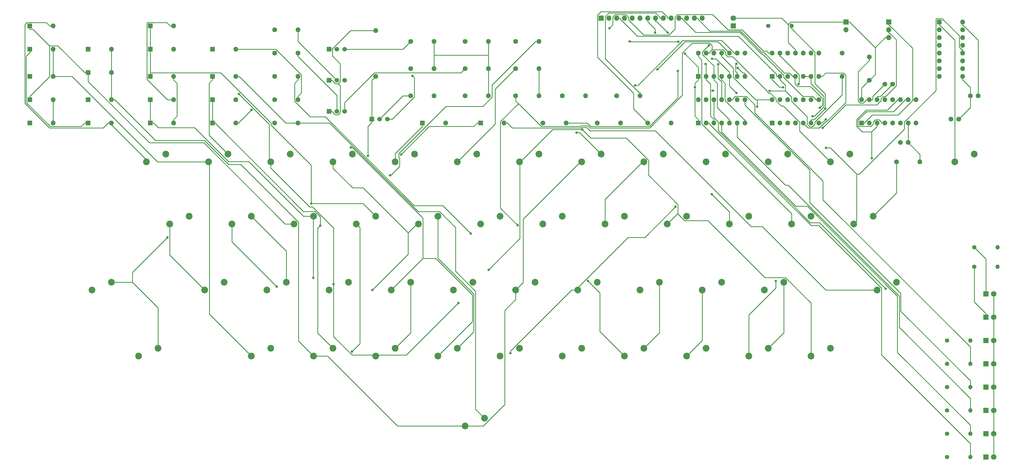
<source format=gbr>
%TF.GenerationSoftware,KiCad,Pcbnew,5.1.6-c6e7f7d~87~ubuntu16.04.1*%
%TF.CreationDate,2021-01-23T12:29:25-05:00*%
%TF.ProjectId,keyboard,6b657962-6f61-4726-942e-6b696361645f,rev?*%
%TF.SameCoordinates,Original*%
%TF.FileFunction,Copper,L2,Bot*%
%TF.FilePolarity,Positive*%
%FSLAX46Y46*%
G04 Gerber Fmt 4.6, Leading zero omitted, Abs format (unit mm)*
G04 Created by KiCad (PCBNEW 5.1.6-c6e7f7d~87~ubuntu16.04.1) date 2021-01-23 12:29:25*
%MOMM*%
%LPD*%
G01*
G04 APERTURE LIST*
%TA.AperFunction,ComponentPad*%
%ADD10O,1.600000X1.600000*%
%TD*%
%TA.AperFunction,ComponentPad*%
%ADD11R,1.600000X1.600000*%
%TD*%
%TA.AperFunction,ComponentPad*%
%ADD12C,1.600000*%
%TD*%
%TA.AperFunction,ComponentPad*%
%ADD13R,1.500000X1.500000*%
%TD*%
%TA.AperFunction,ComponentPad*%
%ADD14C,1.500000*%
%TD*%
%TA.AperFunction,ComponentPad*%
%ADD15O,1.400000X1.400000*%
%TD*%
%TA.AperFunction,ComponentPad*%
%ADD16C,1.400000*%
%TD*%
%TA.AperFunction,ComponentPad*%
%ADD17O,1.700000X1.700000*%
%TD*%
%TA.AperFunction,ComponentPad*%
%ADD18R,1.700000X1.700000*%
%TD*%
%TA.AperFunction,ComponentPad*%
%ADD19C,1.800000*%
%TD*%
%TA.AperFunction,ComponentPad*%
%ADD20R,1.800000X1.800000*%
%TD*%
%TA.AperFunction,ComponentPad*%
%ADD21C,2.200000*%
%TD*%
%TA.AperFunction,ViaPad*%
%ADD22C,0.800000*%
%TD*%
%TA.AperFunction,Conductor*%
%ADD23C,0.250000*%
%TD*%
G04 APERTURE END LIST*
D10*
%TO.P,U5,16*%
%TO.N,+5V*%
X275590000Y-29210000D03*
%TO.P,U5,8*%
%TO.N,GND*%
X293370000Y-36830000D03*
%TO.P,U5,15*%
%TO.N,Net-(C4-Pad2)*%
X278130000Y-29210000D03*
%TO.P,U5,7*%
%TO.N,Net-(C5-Pad2)*%
X290830000Y-36830000D03*
%TO.P,U5,14*%
%TO.N,Net-(C4-Pad1)*%
X280670000Y-29210000D03*
%TO.P,U5,6*%
%TO.N,Net-(C5-Pad1)*%
X288290000Y-36830000D03*
%TO.P,U5,13*%
%TO.N,Net-(U5-Pad13)*%
X283210000Y-29210000D03*
%TO.P,U5,5*%
%TO.N,Net-(U5-Pad5)*%
X285750000Y-36830000D03*
%TO.P,U5,12*%
%TO.N,Net-(U4-Pad9)*%
X285750000Y-29210000D03*
%TO.P,U5,4*%
%TO.N,Net-(U5-Pad10)*%
X283210000Y-36830000D03*
%TO.P,U5,11*%
%TO.N,+5V*%
X288290000Y-29210000D03*
%TO.P,U5,3*%
X280670000Y-36830000D03*
%TO.P,U5,10*%
%TO.N,Net-(U5-Pad10)*%
X290830000Y-29210000D03*
%TO.P,U5,2*%
%TO.N,~keydown*%
X278130000Y-36830000D03*
%TO.P,U5,9*%
%TO.N,GND*%
X293370000Y-29210000D03*
D11*
%TO.P,U5,1*%
X275590000Y-36830000D03*
%TD*%
D10*
%TO.P,U4,14*%
%TO.N,+5V*%
X246380000Y-29210000D03*
%TO.P,U4,7*%
%TO.N,GND*%
X261620000Y-36830000D03*
%TO.P,U4,13*%
%TO.N,N/C*%
X248920000Y-29210000D03*
%TO.P,U4,6*%
%TO.N,~keydown*%
X259080000Y-36830000D03*
%TO.P,U4,12*%
%TO.N,N/C*%
X251460000Y-29210000D03*
%TO.P,U4,5*%
%TO.N,Net-(U2-Pad7)*%
X256540000Y-36830000D03*
%TO.P,U4,11*%
%TO.N,N/C*%
X254000000Y-29210000D03*
%TO.P,U4,4*%
%TO.N,Net-(R28-Pad2)*%
X254000000Y-36830000D03*
%TO.P,U4,10*%
%TO.N,N/C*%
X256540000Y-29210000D03*
%TO.P,U4,3*%
%TO.N,B8*%
X251460000Y-36830000D03*
%TO.P,U4,9*%
%TO.N,Net-(U4-Pad9)*%
X259080000Y-29210000D03*
%TO.P,U4,2*%
%TO.N,Net-(R27-Pad2)*%
X248920000Y-36830000D03*
%TO.P,U4,8*%
%TO.N,KP*%
X261620000Y-29210000D03*
D11*
%TO.P,U4,1*%
%TO.N,B7*%
X246380000Y-36830000D03*
%TD*%
D10*
%TO.P,U3,14*%
%TO.N,+5V*%
X222250000Y-29210000D03*
%TO.P,U3,7*%
%TO.N,GND*%
X237490000Y-36830000D03*
%TO.P,U3,13*%
%TO.N,B6*%
X224790000Y-29210000D03*
%TO.P,U3,6*%
%TO.N,Net-(R23-Pad2)*%
X234950000Y-36830000D03*
%TO.P,U3,12*%
%TO.N,Net-(R26-Pad2)*%
X227330000Y-29210000D03*
%TO.P,U3,5*%
%TO.N,B3*%
X232410000Y-36830000D03*
%TO.P,U3,11*%
%TO.N,B5*%
X229870000Y-29210000D03*
%TO.P,U3,4*%
%TO.N,Net-(R22-Pad2)*%
X229870000Y-36830000D03*
%TO.P,U3,10*%
%TO.N,Net-(R25-Pad2)*%
X232410000Y-29210000D03*
%TO.P,U3,3*%
%TO.N,B2*%
X227330000Y-36830000D03*
%TO.P,U3,9*%
%TO.N,B4*%
X234950000Y-29210000D03*
%TO.P,U3,2*%
%TO.N,Net-(R21-Pad2)*%
X224790000Y-36830000D03*
%TO.P,U3,8*%
%TO.N,Net-(R24-Pad2)*%
X237490000Y-29210000D03*
D11*
%TO.P,U3,1*%
%TO.N,B1*%
X222250000Y-36830000D03*
%TD*%
D10*
%TO.P,U2,14*%
%TO.N,Net-(JP2-Pad2)*%
X246380000Y-13970000D03*
%TO.P,U2,7*%
%TO.N,Net-(U2-Pad7)*%
X261620000Y-21590000D03*
%TO.P,U2,13*%
%TO.N,Net-(Q3-Pad3)*%
X248920000Y-13970000D03*
%TO.P,U2,6*%
%TO.N,B7*%
X259080000Y-21590000D03*
%TO.P,U2,12*%
%TO.N,Net-(D2-Pad1)*%
X251460000Y-13970000D03*
%TO.P,U2,5*%
%TO.N,B7*%
X256540000Y-21590000D03*
%TO.P,U2,11*%
%TO.N,+5V*%
X254000000Y-13970000D03*
%TO.P,U2,4*%
%TO.N,GND*%
X254000000Y-21590000D03*
%TO.P,U2,10*%
%TO.N,Net-(D2-Pad1)*%
X256540000Y-13970000D03*
%TO.P,U2,3*%
%TO.N,B6*%
X251460000Y-21590000D03*
%TO.P,U2,9*%
%TO.N,Net-(R17-Pad1)*%
X259080000Y-13970000D03*
%TO.P,U2,2*%
%TO.N,B6*%
X248920000Y-21590000D03*
%TO.P,U2,8*%
%TO.N,Net-(Q4-Pad3)*%
X261620000Y-13970000D03*
D11*
%TO.P,U2,1*%
%TO.N,B5*%
X246380000Y-21590000D03*
%TD*%
D10*
%TO.P,U1,14*%
%TO.N,Net-(D3-Pad1)*%
X222250000Y-13970000D03*
%TO.P,U1,7*%
%TO.N,B5*%
X237490000Y-21590000D03*
%TO.P,U1,13*%
%TO.N,Net-(D1-Pad1)*%
X224790000Y-13970000D03*
%TO.P,U1,6*%
%TO.N,Net-(U1-Pad6)*%
X234950000Y-21590000D03*
%TO.P,U1,12*%
%TO.N,Net-(D11-Pad1)*%
X227330000Y-13970000D03*
%TO.P,U1,5*%
%TO.N,B4*%
X232410000Y-21590000D03*
%TO.P,U1,11*%
%TO.N,+5V*%
X229870000Y-13970000D03*
%TO.P,U1,4*%
%TO.N,GND*%
X229870000Y-21590000D03*
%TO.P,U1,10*%
%TO.N,Net-(Q1-Pad3)*%
X232410000Y-13970000D03*
%TO.P,U1,3*%
%TO.N,B3*%
X227330000Y-21590000D03*
%TO.P,U1,9*%
%TO.N,Net-(Q2-Pad3)*%
X234950000Y-13970000D03*
%TO.P,U1,2*%
%TO.N,B2*%
X224790000Y-21590000D03*
%TO.P,U1,8*%
%TO.N,Net-(U1-Pad6)*%
X237490000Y-13970000D03*
D11*
%TO.P,U1,1*%
%TO.N,B1*%
X222250000Y-21590000D03*
%TD*%
D10*
%TO.P,R31,2*%
%TO.N,Net-(C5-Pad2)*%
X294640000Y-49530000D03*
D12*
%TO.P,R31,1*%
%TO.N,+5V*%
X287020000Y-49530000D03*
%TD*%
D10*
%TO.P,R30,2*%
%TO.N,Net-(C4-Pad2)*%
X278130000Y-15240000D03*
D12*
%TO.P,R30,1*%
%TO.N,+5V*%
X278130000Y-22860000D03*
%TD*%
D10*
%TO.P,R17,2*%
%TO.N,B6*%
X269240000Y-21590000D03*
D12*
%TO.P,R17,1*%
%TO.N,Net-(R17-Pad1)*%
X269240000Y-13970000D03*
%TD*%
D10*
%TO.P,J1,16*%
%TO.N,+5V*%
X308610000Y-3810000D03*
%TO.P,J1,8*%
%TO.N,B7*%
X300990000Y-21590000D03*
%TO.P,J1,15*%
%TO.N,B8*%
X308610000Y-6350000D03*
%TO.P,J1,7*%
%TO.N,B6*%
X300990000Y-19050000D03*
%TO.P,J1,14*%
%TO.N,KP*%
X308610000Y-8890000D03*
%TO.P,J1,6*%
%TO.N,B5*%
X300990000Y-16510000D03*
%TO.P,J1,13*%
%TO.N,Net-(J1-Pad13)*%
X308610000Y-11430000D03*
%TO.P,J1,5*%
%TO.N,B1*%
X300990000Y-13970000D03*
%TO.P,J1,12*%
%TO.N,clear*%
X308610000Y-13970000D03*
%TO.P,J1,4*%
%TO.N,B2*%
X300990000Y-11430000D03*
%TO.P,J1,11*%
%TO.N,Net-(J1-Pad11)*%
X308610000Y-16510000D03*
%TO.P,J1,3*%
%TO.N,B3*%
X300990000Y-8890000D03*
%TO.P,J1,10*%
%TO.N,Net-(J1-Pad10)*%
X308610000Y-19050000D03*
%TO.P,J1,2*%
%TO.N,B4*%
X300990000Y-6350000D03*
%TO.P,J1,9*%
%TO.N,GND*%
X308610000Y-21590000D03*
D11*
%TO.P,J1,1*%
%TO.N,reset*%
X300990000Y-3810000D03*
%TD*%
D12*
%TO.P,C5,2*%
%TO.N,Net-(C5-Pad2)*%
X290790000Y-43180000D03*
%TO.P,C5,1*%
%TO.N,Net-(C5-Pad1)*%
X288290000Y-43180000D03*
%TD*%
%TO.P,C4,2*%
%TO.N,Net-(C4-Pad2)*%
X283250000Y-24130000D03*
%TO.P,C4,1*%
%TO.N,Net-(C4-Pad1)*%
X285750000Y-24130000D03*
%TD*%
%TO.P,C3,2*%
%TO.N,GND*%
X307300000Y-35560000D03*
%TO.P,C3,1*%
%TO.N,~keydown*%
X304800000Y-35560000D03*
%TD*%
D13*
%TO.P,Q4,1*%
%TO.N,+5V*%
X115570000Y-35560000D03*
D14*
%TO.P,Q4,3*%
%TO.N,Net-(Q4-Pad3)*%
X120650000Y-35560000D03*
%TO.P,Q4,2*%
%TO.N,Net-(C2-Pad2)*%
X118110000Y-35560000D03*
%TD*%
D13*
%TO.P,Q3,1*%
%TO.N,Net-(C2-Pad2)*%
X101600000Y-12700000D03*
D14*
%TO.P,Q3,3*%
%TO.N,Net-(Q3-Pad3)*%
X106680000Y-12700000D03*
%TO.P,Q3,2*%
%TO.N,Net-(Q3-Pad2)*%
X104140000Y-12700000D03*
%TD*%
D13*
%TO.P,Q2,1*%
%TO.N,Net-(C2-Pad2)*%
X101600000Y-22860000D03*
D14*
%TO.P,Q2,3*%
%TO.N,Net-(Q2-Pad3)*%
X106680000Y-22860000D03*
%TO.P,Q2,2*%
%TO.N,Net-(Q2-Pad2)*%
X104140000Y-22860000D03*
%TD*%
D13*
%TO.P,Q1,1*%
%TO.N,Net-(C2-Pad2)*%
X101600000Y-33020000D03*
D14*
%TO.P,Q1,3*%
%TO.N,Net-(Q1-Pad3)*%
X106680000Y-33020000D03*
%TO.P,Q1,2*%
%TO.N,Net-(Q1-Pad2)*%
X104140000Y-33020000D03*
%TD*%
D15*
%TO.P,R29,2*%
%TO.N,~keydown*%
X252730000Y-5080000D03*
D16*
%TO.P,R29,1*%
%TO.N,Net-(D29-Pad1)*%
X245110000Y-5080000D03*
%TD*%
D15*
%TO.P,R28,2*%
%TO.N,Net-(R28-Pad2)*%
X320040000Y-77470000D03*
D16*
%TO.P,R28,1*%
%TO.N,Net-(D28-Pad1)*%
X312420000Y-77470000D03*
%TD*%
D15*
%TO.P,R27,2*%
%TO.N,Net-(R27-Pad2)*%
X320040000Y-83820000D03*
D16*
%TO.P,R27,1*%
%TO.N,Net-(D27-Pad1)*%
X312420000Y-83820000D03*
%TD*%
D15*
%TO.P,R26,2*%
%TO.N,Net-(R26-Pad2)*%
X311150000Y-107950000D03*
D16*
%TO.P,R26,1*%
%TO.N,Net-(D26-Pad1)*%
X303530000Y-107950000D03*
%TD*%
D15*
%TO.P,R25,2*%
%TO.N,Net-(R25-Pad2)*%
X311150000Y-115570000D03*
D16*
%TO.P,R25,1*%
%TO.N,Net-(D25-Pad1)*%
X303530000Y-115570000D03*
%TD*%
D15*
%TO.P,R24,2*%
%TO.N,Net-(R24-Pad2)*%
X311150000Y-123190000D03*
D16*
%TO.P,R24,1*%
%TO.N,Net-(D24-Pad1)*%
X303530000Y-123190000D03*
%TD*%
D15*
%TO.P,R23,2*%
%TO.N,Net-(R23-Pad2)*%
X311150000Y-130810000D03*
D16*
%TO.P,R23,1*%
%TO.N,Net-(D23-Pad1)*%
X303530000Y-130810000D03*
%TD*%
D15*
%TO.P,R22,2*%
%TO.N,Net-(R22-Pad2)*%
X311150000Y-138430000D03*
D16*
%TO.P,R22,1*%
%TO.N,Net-(D22-Pad1)*%
X303530000Y-138430000D03*
%TD*%
D15*
%TO.P,R21,2*%
%TO.N,Net-(R21-Pad2)*%
X311150000Y-146050000D03*
D16*
%TO.P,R21,1*%
%TO.N,Net-(D21-Pad1)*%
X303530000Y-146050000D03*
%TD*%
D10*
%TO.P,R20,2*%
%TO.N,GND*%
X213360000Y-36830000D03*
D12*
%TO.P,R20,1*%
%TO.N,clear*%
X205740000Y-36830000D03*
%TD*%
D10*
%TO.P,R19,2*%
%TO.N,reset*%
X203200000Y-27940000D03*
D12*
%TO.P,R19,1*%
%TO.N,+5V*%
X195580000Y-27940000D03*
%TD*%
D10*
%TO.P,R18,2*%
%TO.N,GND*%
X196850000Y-36830000D03*
D12*
%TO.P,R18,1*%
%TO.N,Net-(R18-Pad1)*%
X189230000Y-36830000D03*
%TD*%
D10*
%TO.P,R16,2*%
%TO.N,+5V*%
X185420000Y-27940000D03*
D12*
%TO.P,R16,1*%
%TO.N,Net-(C2-Pad2)*%
X177800000Y-27940000D03*
%TD*%
D10*
%TO.P,R15,2*%
%TO.N,Net-(D2-Pad1)*%
X179070000Y-36830000D03*
D12*
%TO.P,R15,1*%
%TO.N,GND*%
X171450000Y-36830000D03*
%TD*%
D10*
%TO.P,R14,2*%
%TO.N,Net-(JP2-Pad2)*%
X170180000Y-10160000D03*
D12*
%TO.P,R14,1*%
%TO.N,GND*%
X162560000Y-10160000D03*
%TD*%
D10*
%TO.P,R13,2*%
%TO.N,GND*%
X170180000Y-19050000D03*
D12*
%TO.P,R13,1*%
%TO.N,Net-(D3-Pad1)*%
X162560000Y-19050000D03*
%TD*%
D10*
%TO.P,R12,2*%
%TO.N,GND*%
X170180000Y-27940000D03*
D12*
%TO.P,R12,1*%
%TO.N,Net-(D1-Pad1)*%
X162560000Y-27940000D03*
%TD*%
D10*
%TO.P,R11,2*%
%TO.N,GND*%
X153670000Y-10160000D03*
D12*
%TO.P,R11,1*%
%TO.N,Net-(D11-Pad1)*%
X146050000Y-10160000D03*
%TD*%
D10*
%TO.P,R10,2*%
%TO.N,GND*%
X153670000Y-19050000D03*
D12*
%TO.P,R10,1*%
%TO.N,Net-(Q1-Pad3)*%
X146050000Y-19050000D03*
%TD*%
D10*
%TO.P,R9,2*%
%TO.N,GND*%
X153670000Y-27940000D03*
D12*
%TO.P,R9,1*%
%TO.N,Net-(Q2-Pad3)*%
X146050000Y-27940000D03*
%TD*%
D10*
%TO.P,R8,2*%
%TO.N,GND*%
X135890000Y-10160000D03*
D12*
%TO.P,R8,1*%
%TO.N,Net-(Q3-Pad3)*%
X128270000Y-10160000D03*
%TD*%
D10*
%TO.P,R7,2*%
%TO.N,GND*%
X135890000Y-19050000D03*
D12*
%TO.P,R7,1*%
%TO.N,Net-(Q4-Pad3)*%
X128270000Y-19050000D03*
%TD*%
D10*
%TO.P,R6,2*%
%TO.N,Net-(Q3-Pad2)*%
X135890000Y-27940000D03*
D12*
%TO.P,R6,1*%
%TO.N,Net-(C2-Pad2)*%
X128270000Y-27940000D03*
%TD*%
D10*
%TO.P,R5,2*%
%TO.N,Net-(Q2-Pad2)*%
X91440000Y-6350000D03*
D12*
%TO.P,R5,1*%
%TO.N,Net-(C2-Pad2)*%
X83820000Y-6350000D03*
%TD*%
D10*
%TO.P,R4,2*%
%TO.N,Net-(Q1-Pad2)*%
X91440000Y-13970000D03*
D12*
%TO.P,R4,1*%
%TO.N,Net-(C2-Pad2)*%
X83820000Y-13970000D03*
%TD*%
D10*
%TO.P,R3,2*%
%TO.N,Net-(D13-Pad2)*%
X91440000Y-21590000D03*
D12*
%TO.P,R3,1*%
%TO.N,Net-(Q3-Pad2)*%
X83820000Y-21590000D03*
%TD*%
D10*
%TO.P,R2,2*%
%TO.N,Net-(D15-Pad2)*%
X91440000Y-29210000D03*
D12*
%TO.P,R2,1*%
%TO.N,Net-(Q2-Pad2)*%
X83820000Y-29210000D03*
%TD*%
D10*
%TO.P,R1,2*%
%TO.N,Net-(D12-Pad2)*%
X91440000Y-36830000D03*
D12*
%TO.P,R1,1*%
%TO.N,Net-(Q1-Pad2)*%
X83820000Y-36830000D03*
%TD*%
D17*
%TO.P,JP2,2*%
%TO.N,Net-(JP2-Pad2)*%
X270510000Y-6350000D03*
D18*
%TO.P,JP2,1*%
%TO.N,+5V*%
X270510000Y-3810000D03*
%TD*%
D17*
%TO.P,J2,14*%
%TO.N,+5V*%
X223520000Y-2540000D03*
%TO.P,J2,13*%
%TO.N,GND*%
X220980000Y-2540000D03*
%TO.P,J2,12*%
%TO.N,~keydown*%
X218440000Y-2540000D03*
%TO.P,J2,11*%
%TO.N,KP*%
X215900000Y-2540000D03*
%TO.P,J2,10*%
%TO.N,clear*%
X213360000Y-2540000D03*
%TO.P,J2,9*%
%TO.N,reset*%
X210820000Y-2540000D03*
%TO.P,J2,8*%
%TO.N,B1*%
X208280000Y-2540000D03*
%TO.P,J2,7*%
%TO.N,B2*%
X205740000Y-2540000D03*
%TO.P,J2,6*%
%TO.N,B3*%
X203200000Y-2540000D03*
%TO.P,J2,5*%
%TO.N,B4*%
X200660000Y-2540000D03*
%TO.P,J2,4*%
%TO.N,B5*%
X198120000Y-2540000D03*
%TO.P,J2,3*%
%TO.N,B6*%
X195580000Y-2540000D03*
%TO.P,J2,2*%
%TO.N,B7*%
X193040000Y-2540000D03*
D18*
%TO.P,J2,1*%
%TO.N,B8*%
X190500000Y-2540000D03*
%TD*%
D19*
%TO.P,D29,2*%
%TO.N,+5V*%
X233680000Y-2540000D03*
D20*
%TO.P,D29,1*%
%TO.N,Net-(D29-Pad1)*%
X233680000Y-5080000D03*
%TD*%
D19*
%TO.P,D28,2*%
%TO.N,+5V*%
X318770000Y-92710000D03*
D20*
%TO.P,D28,1*%
%TO.N,Net-(D28-Pad1)*%
X316230000Y-92710000D03*
%TD*%
%TO.P,D27,1*%
%TO.N,Net-(D27-Pad1)*%
X316230000Y-100330000D03*
D19*
%TO.P,D27,2*%
%TO.N,+5V*%
X318770000Y-100330000D03*
%TD*%
%TO.P,D26,2*%
%TO.N,+5V*%
X318770000Y-107950000D03*
D20*
%TO.P,D26,1*%
%TO.N,Net-(D26-Pad1)*%
X316230000Y-107950000D03*
%TD*%
D19*
%TO.P,D25,2*%
%TO.N,+5V*%
X318770000Y-115570000D03*
D20*
%TO.P,D25,1*%
%TO.N,Net-(D25-Pad1)*%
X316230000Y-115570000D03*
%TD*%
D19*
%TO.P,D24,2*%
%TO.N,+5V*%
X318770000Y-123190000D03*
D20*
%TO.P,D24,1*%
%TO.N,Net-(D24-Pad1)*%
X316230000Y-123190000D03*
%TD*%
D19*
%TO.P,D23,2*%
%TO.N,+5V*%
X318770000Y-130810000D03*
D20*
%TO.P,D23,1*%
%TO.N,Net-(D23-Pad1)*%
X316230000Y-130810000D03*
%TD*%
D19*
%TO.P,D22,2*%
%TO.N,+5V*%
X318770000Y-138430000D03*
D20*
%TO.P,D22,1*%
%TO.N,Net-(D22-Pad1)*%
X316230000Y-138430000D03*
%TD*%
D19*
%TO.P,D21,2*%
%TO.N,+5V*%
X318770000Y-146050000D03*
D20*
%TO.P,D21,1*%
%TO.N,Net-(D21-Pad1)*%
X316230000Y-146050000D03*
%TD*%
D21*
%TO.P,SW49,2*%
%TO.N,clear*%
X273050000Y-69850000D03*
%TO.P,SW49,1*%
%TO.N,+5V*%
X279400000Y-67310000D03*
%TD*%
%TO.P,SW48,2*%
%TO.N,reset*%
X306070000Y-49530000D03*
%TO.P,SW48,1*%
%TO.N,GND*%
X312420000Y-46990000D03*
%TD*%
%TO.P,SW47,2*%
%TO.N,Net-(D2-Pad1)*%
X24130000Y-91440000D03*
%TO.P,SW47,1*%
%TO.N,+5V*%
X30480000Y-88900000D03*
%TD*%
%TO.P,SW46,2*%
%TO.N,Net-(JP2-Pad2)*%
X39370000Y-113030000D03*
%TO.P,SW46,1*%
%TO.N,+5V*%
X45720000Y-110490000D03*
%TD*%
%TO.P,SW45,2*%
%TO.N,Net-(D1-Pad2)*%
X280670000Y-91440000D03*
%TO.P,SW45,1*%
%TO.N,Net-(D13-Pad2)*%
X287020000Y-88900000D03*
%TD*%
%TO.P,SW44,2*%
%TO.N,Net-(R18-Pad1)*%
X259080000Y-113030000D03*
%TO.P,SW44,1*%
%TO.N,Net-(D15-Pad2)*%
X265430000Y-110490000D03*
%TD*%
%TO.P,SW43,2*%
%TO.N,Net-(R18-Pad1)*%
X163830000Y-49530000D03*
%TO.P,SW43,1*%
%TO.N,Net-(D19-Pad1)*%
X170180000Y-46990000D03*
%TD*%
%TO.P,SW42,2*%
%TO.N,Net-(R18-Pad1)*%
X69850000Y-69850000D03*
%TO.P,SW42,1*%
%TO.N,Net-(D14-Pad1)*%
X76200000Y-67310000D03*
%TD*%
%TO.P,SW41,2*%
%TO.N,Net-(R18-Pad1)*%
X212090000Y-69850000D03*
%TO.P,SW41,1*%
%TO.N,Net-(D13-Pad2)*%
X218440000Y-67310000D03*
%TD*%
%TO.P,SW40,2*%
%TO.N,Net-(R18-Pad1)*%
X142240000Y-91440000D03*
%TO.P,SW40,1*%
%TO.N,Net-(D12-Pad1)*%
X148590000Y-88900000D03*
%TD*%
%TO.P,SW39,2*%
%TO.N,Net-(D3-Pad1)*%
X238760000Y-113030000D03*
%TO.P,SW39,1*%
%TO.N,Net-(D15-Pad2)*%
X245110000Y-110490000D03*
%TD*%
%TO.P,SW38,2*%
%TO.N,Net-(D3-Pad1)*%
X143510000Y-49530000D03*
%TO.P,SW38,1*%
%TO.N,Net-(D19-Pad1)*%
X149860000Y-46990000D03*
%TD*%
%TO.P,SW37,2*%
%TO.N,Net-(D3-Pad1)*%
X252730000Y-69850000D03*
%TO.P,SW37,1*%
%TO.N,Net-(D17-Pad1)*%
X259080000Y-67310000D03*
%TD*%
%TO.P,SW36,2*%
%TO.N,Net-(D3-Pad1)*%
X137160000Y-113030000D03*
%TO.P,SW36,1*%
%TO.N,Net-(D14-Pad1)*%
X143510000Y-110490000D03*
%TD*%
%TO.P,SW35,2*%
%TO.N,Net-(D3-Pad1)*%
X177800000Y-113030000D03*
%TO.P,SW35,1*%
%TO.N,Net-(D13-Pad2)*%
X184150000Y-110490000D03*
%TD*%
%TO.P,SW34,2*%
%TO.N,Net-(D3-Pad1)*%
X121920000Y-91440000D03*
%TO.P,SW34,1*%
%TO.N,Net-(D12-Pad1)*%
X128270000Y-88900000D03*
%TD*%
%TO.P,SW33,2*%
%TO.N,Net-(D1-Pad1)*%
X265430000Y-49530000D03*
%TO.P,SW33,1*%
%TO.N,Net-(D15-Pad2)*%
X271780000Y-46990000D03*
%TD*%
%TO.P,SW32,2*%
%TO.N,Net-(D1-Pad1)*%
X123190000Y-49530000D03*
%TO.P,SW32,1*%
%TO.N,Net-(D19-Pad1)*%
X129540000Y-46990000D03*
%TD*%
%TO.P,SW31,2*%
%TO.N,Net-(D1-Pad1)*%
X171450000Y-69850000D03*
%TO.P,SW31,1*%
%TO.N,Net-(D14-Pad1)*%
X177800000Y-67310000D03*
%TD*%
%TO.P,SW30,2*%
%TO.N,Net-(D1-Pad1)*%
X198120000Y-113030000D03*
%TO.P,SW30,1*%
%TO.N,Net-(D13-Pad2)*%
X204470000Y-110490000D03*
%TD*%
%TO.P,SW29,2*%
%TO.N,Net-(D1-Pad1)*%
X90170000Y-69850000D03*
%TO.P,SW29,1*%
%TO.N,Net-(D12-Pad1)*%
X96520000Y-67310000D03*
%TD*%
%TO.P,SW28,2*%
%TO.N,Net-(D3-Pad2)*%
X218440000Y-113030000D03*
%TO.P,SW28,1*%
%TO.N,Net-(D15-Pad2)*%
X224790000Y-110490000D03*
%TD*%
%TO.P,SW27,2*%
%TO.N,Net-(D3-Pad2)*%
X102870000Y-49530000D03*
%TO.P,SW27,1*%
%TO.N,Net-(D19-Pad1)*%
X109220000Y-46990000D03*
%TD*%
%TO.P,SW26,2*%
%TO.N,Net-(D3-Pad2)*%
X130810000Y-69850000D03*
%TO.P,SW26,1*%
%TO.N,Net-(D14-Pad1)*%
X137160000Y-67310000D03*
%TD*%
%TO.P,SW25,2*%
%TO.N,Net-(D3-Pad2)*%
X223520000Y-91440000D03*
%TO.P,SW25,1*%
%TO.N,Net-(D13-Pad2)*%
X229870000Y-88900000D03*
%TD*%
%TO.P,SW24,2*%
%TO.N,Net-(D3-Pad2)*%
X101600000Y-91440000D03*
%TO.P,SW24,1*%
%TO.N,Net-(D12-Pad1)*%
X107950000Y-88900000D03*
%TD*%
%TO.P,SW23,2*%
%TO.N,Net-(D11-Pad1)*%
X243840000Y-91440000D03*
%TO.P,SW23,1*%
%TO.N,Net-(D15-Pad2)*%
X250190000Y-88900000D03*
%TD*%
%TO.P,SW22,2*%
%TO.N,Net-(D11-Pad1)*%
X82550000Y-49530000D03*
%TO.P,SW22,1*%
%TO.N,Net-(D19-Pad1)*%
X88900000Y-46990000D03*
%TD*%
%TO.P,SW21,2*%
%TO.N,Net-(D11-Pad1)*%
X81280000Y-91440000D03*
%TO.P,SW21,1*%
%TO.N,Net-(D14-Pad1)*%
X87630000Y-88900000D03*
%TD*%
%TO.P,SW20,2*%
%TO.N,Net-(D11-Pad1)*%
X203200000Y-91440000D03*
%TO.P,SW20,1*%
%TO.N,Net-(D13-Pad2)*%
X209550000Y-88900000D03*
%TD*%
%TO.P,SW19,2*%
%TO.N,Net-(D11-Pad1)*%
X116840000Y-113030000D03*
%TO.P,SW19,1*%
%TO.N,Net-(D12-Pad1)*%
X123190000Y-110490000D03*
%TD*%
%TO.P,SW18,2*%
%TO.N,Net-(D5-Pad2)*%
X245110000Y-49530000D03*
%TO.P,SW18,1*%
%TO.N,Net-(D15-Pad2)*%
X251460000Y-46990000D03*
%TD*%
%TO.P,SW17,2*%
%TO.N,Net-(D5-Pad2)*%
X62230000Y-49530000D03*
%TO.P,SW17,1*%
%TO.N,Net-(D19-Pad1)*%
X68580000Y-46990000D03*
%TD*%
%TO.P,SW16,2*%
%TO.N,Net-(D5-Pad2)*%
X76200000Y-113030000D03*
%TO.P,SW16,1*%
%TO.N,Net-(D17-Pad1)*%
X82550000Y-110490000D03*
%TD*%
%TO.P,SW15,2*%
%TO.N,Net-(D5-Pad2)*%
X110490000Y-69850000D03*
%TO.P,SW15,1*%
%TO.N,Net-(D14-Pad1)*%
X116840000Y-67310000D03*
%TD*%
%TO.P,SW14,2*%
%TO.N,Net-(D5-Pad2)*%
X182880000Y-91440000D03*
%TO.P,SW14,1*%
%TO.N,Net-(D13-Pad2)*%
X189230000Y-88900000D03*
%TD*%
%TO.P,SW13,2*%
%TO.N,Net-(D5-Pad2)*%
X157480000Y-113030000D03*
%TO.P,SW13,1*%
%TO.N,Net-(D12-Pad1)*%
X163830000Y-110490000D03*
%TD*%
%TO.P,SW12,2*%
%TO.N,Net-(D7-Pad2)*%
X204470000Y-49530000D03*
%TO.P,SW12,1*%
%TO.N,Net-(D15-Pad2)*%
X210820000Y-46990000D03*
%TD*%
%TO.P,SW11,2*%
%TO.N,Net-(D7-Pad2)*%
X41910000Y-49530000D03*
%TO.P,SW11,1*%
%TO.N,Net-(D19-Pad1)*%
X48260000Y-46990000D03*
%TD*%
%TO.P,SW10,2*%
%TO.N,Net-(D7-Pad2)*%
X151130000Y-69850000D03*
%TO.P,SW10,1*%
%TO.N,Net-(D17-Pad1)*%
X157480000Y-67310000D03*
%TD*%
%TO.P,SW9,2*%
%TO.N,Net-(D7-Pad2)*%
X49530000Y-69850000D03*
%TO.P,SW9,1*%
%TO.N,Net-(D14-Pad1)*%
X55880000Y-67310000D03*
%TD*%
%TO.P,SW8,2*%
%TO.N,Net-(D7-Pad2)*%
X191770000Y-69850000D03*
%TO.P,SW8,1*%
%TO.N,Net-(D13-Pad2)*%
X198120000Y-67310000D03*
%TD*%
%TO.P,SW7,2*%
%TO.N,Net-(D7-Pad2)*%
X60960000Y-91440000D03*
%TO.P,SW7,1*%
%TO.N,Net-(D12-Pad1)*%
X67310000Y-88900000D03*
%TD*%
%TO.P,SW6,2*%
%TO.N,Net-(D10-Pad2)*%
X184150000Y-49530000D03*
%TO.P,SW6,1*%
%TO.N,Net-(D15-Pad2)*%
X190500000Y-46990000D03*
%TD*%
%TO.P,SW5,2*%
%TO.N,Net-(D10-Pad2)*%
X224790000Y-49530000D03*
%TO.P,SW5,1*%
%TO.N,Net-(D19-Pad1)*%
X231140000Y-46990000D03*
%TD*%
%TO.P,SW4,2*%
%TO.N,Net-(D10-Pad2)*%
X96520000Y-113030000D03*
%TO.P,SW4,1*%
%TO.N,Net-(D17-Pad1)*%
X102870000Y-110490000D03*
%TD*%
%TO.P,SW3,2*%
%TO.N,Net-(D10-Pad2)*%
X232410000Y-69850000D03*
%TO.P,SW3,1*%
%TO.N,Net-(D14-Pad1)*%
X238760000Y-67310000D03*
%TD*%
%TO.P,SW2,2*%
%TO.N,Net-(D10-Pad2)*%
X162560000Y-91440000D03*
%TO.P,SW2,1*%
%TO.N,Net-(D13-Pad2)*%
X168910000Y-88900000D03*
%TD*%
%TO.P,SW1,2*%
%TO.N,Net-(D10-Pad2)*%
X146050000Y-135890000D03*
%TO.P,SW1,1*%
%TO.N,Net-(D12-Pad2)*%
X152400000Y-133350000D03*
%TD*%
D17*
%TO.P,JP1,3*%
%TO.N,+5V*%
X284480000Y-8890000D03*
%TO.P,JP1,2*%
%TO.N,B8*%
X284480000Y-6350000D03*
D18*
%TO.P,JP1,1*%
%TO.N,GND*%
X284480000Y-3810000D03*
%TD*%
D10*
%TO.P,D20,2*%
%TO.N,Net-(D15-Pad2)*%
X71120000Y-12700000D03*
D11*
%TO.P,D20,1*%
%TO.N,Net-(D19-Pad1)*%
X63500000Y-12700000D03*
%TD*%
D10*
%TO.P,D19,2*%
%TO.N,Net-(D12-Pad2)*%
X71120000Y-21590000D03*
D11*
%TO.P,D19,1*%
%TO.N,Net-(D19-Pad1)*%
X63500000Y-21590000D03*
%TD*%
D10*
%TO.P,D18,2*%
%TO.N,Net-(D13-Pad2)*%
X71120000Y-29210000D03*
D11*
%TO.P,D18,1*%
%TO.N,Net-(D17-Pad1)*%
X63500000Y-29210000D03*
%TD*%
D10*
%TO.P,D17,2*%
%TO.N,Net-(D15-Pad2)*%
X71120000Y-36830000D03*
D11*
%TO.P,D17,1*%
%TO.N,Net-(D17-Pad1)*%
X63500000Y-36830000D03*
%TD*%
D10*
%TO.P,D16,2*%
%TO.N,Net-(D13-Pad2)*%
X50800000Y-5080000D03*
D11*
%TO.P,D16,1*%
%TO.N,Net-(D14-Pad1)*%
X43180000Y-5080000D03*
%TD*%
D10*
%TO.P,D15,2*%
%TO.N,Net-(D15-Pad2)*%
X50800000Y-12700000D03*
D11*
%TO.P,D15,1*%
%TO.N,Net-(D14-Pad1)*%
X43180000Y-12700000D03*
%TD*%
D10*
%TO.P,D14,2*%
%TO.N,Net-(D12-Pad2)*%
X50800000Y-21590000D03*
D11*
%TO.P,D14,1*%
%TO.N,Net-(D14-Pad1)*%
X43180000Y-21590000D03*
%TD*%
D10*
%TO.P,D13,2*%
%TO.N,Net-(D13-Pad2)*%
X50800000Y-29210000D03*
D11*
%TO.P,D13,1*%
%TO.N,Net-(D12-Pad1)*%
X43180000Y-29210000D03*
%TD*%
D10*
%TO.P,D12,2*%
%TO.N,Net-(D12-Pad2)*%
X50800000Y-36830000D03*
D11*
%TO.P,D12,1*%
%TO.N,Net-(D12-Pad1)*%
X43180000Y-36830000D03*
%TD*%
D10*
%TO.P,D11,2*%
%TO.N,Net-(D10-Pad2)*%
X30480000Y-12700000D03*
D11*
%TO.P,D11,1*%
%TO.N,Net-(D11-Pad1)*%
X22860000Y-12700000D03*
%TD*%
D10*
%TO.P,D10,2*%
%TO.N,Net-(D10-Pad2)*%
X30480000Y-20320000D03*
D11*
%TO.P,D10,1*%
%TO.N,Net-(D1-Pad1)*%
X22860000Y-20320000D03*
%TD*%
D10*
%TO.P,D9,2*%
%TO.N,Net-(D10-Pad2)*%
X30480000Y-29210000D03*
D11*
%TO.P,D9,1*%
%TO.N,Net-(D3-Pad1)*%
X22860000Y-29210000D03*
%TD*%
D10*
%TO.P,D8,2*%
%TO.N,Net-(D7-Pad2)*%
X30480000Y-36830000D03*
D11*
%TO.P,D8,1*%
%TO.N,Net-(D11-Pad1)*%
X22860000Y-36830000D03*
%TD*%
D10*
%TO.P,D7,2*%
%TO.N,Net-(D7-Pad2)*%
X11430000Y-5080000D03*
D11*
%TO.P,D7,1*%
%TO.N,Net-(D1-Pad1)*%
X3810000Y-5080000D03*
%TD*%
D10*
%TO.P,D6,2*%
%TO.N,Net-(D5-Pad2)*%
X11430000Y-12700000D03*
D11*
%TO.P,D6,1*%
%TO.N,Net-(D11-Pad1)*%
X3810000Y-12700000D03*
%TD*%
D10*
%TO.P,D5,2*%
%TO.N,Net-(D5-Pad2)*%
X11430000Y-21590000D03*
D11*
%TO.P,D5,1*%
%TO.N,Net-(D3-Pad1)*%
X3810000Y-21590000D03*
%TD*%
D10*
%TO.P,D4,2*%
%TO.N,Net-(D3-Pad2)*%
X11430000Y-29210000D03*
D11*
%TO.P,D4,1*%
%TO.N,Net-(D1-Pad1)*%
X3810000Y-29210000D03*
%TD*%
D10*
%TO.P,D3,2*%
%TO.N,Net-(D3-Pad2)*%
X11430000Y-36830000D03*
D11*
%TO.P,D3,1*%
%TO.N,Net-(D3-Pad1)*%
X3810000Y-36830000D03*
%TD*%
D10*
%TO.P,D2,2*%
%TO.N,Net-(D1-Pad2)*%
X158750000Y-36830000D03*
D11*
%TO.P,D2,1*%
%TO.N,Net-(D2-Pad1)*%
X151130000Y-36830000D03*
%TD*%
D10*
%TO.P,D1,2*%
%TO.N,Net-(D1-Pad2)*%
X139700000Y-36830000D03*
D11*
%TO.P,D1,1*%
%TO.N,Net-(D1-Pad1)*%
X132080000Y-36830000D03*
%TD*%
D10*
%TO.P,C2,2*%
%TO.N,Net-(C2-Pad2)*%
X116840000Y-6590000D03*
D12*
%TO.P,C2,1*%
%TO.N,+5V*%
X116840000Y-21590000D03*
%TD*%
%TO.P,C1,2*%
%TO.N,+5V*%
X313650000Y-27940000D03*
%TO.P,C1,1*%
%TO.N,GND*%
X311150000Y-27940000D03*
%TD*%
D22*
%TO.N,+5V*%
X241461700Y-31518900D03*
X48796100Y-74245300D03*
X114294400Y-47607200D03*
X278978900Y-48333200D03*
%TO.N,GND*%
X261969800Y-31796500D03*
X263901300Y-35616100D03*
%TO.N,Net-(D1-Pad1)*%
X186181400Y-88499300D03*
X163226900Y-70309200D03*
%TO.N,Net-(D2-Pad1)*%
X215575900Y-19766200D03*
X125116300Y-47146400D03*
%TO.N,Net-(D3-Pad2)*%
X115734900Y-91440000D03*
%TO.N,Net-(D3-Pad1)*%
X247543300Y-88499500D03*
X108690800Y-44810400D03*
%TO.N,Net-(D5-Pad2)*%
X214839700Y-64178400D03*
X160865500Y-112092500D03*
X109055800Y-111586500D03*
%TO.N,Net-(D11-Pad1)*%
X215713500Y-10254800D03*
X199810900Y-10152900D03*
X143861800Y-95644900D03*
X72107200Y-27310500D03*
X103075800Y-89464600D03*
%TO.N,Net-(D10-Pad2)*%
X226649100Y-60137500D03*
%TO.N,Net-(D12-Pad1)*%
X96457900Y-87452000D03*
%TO.N,Net-(D13-Pad2)*%
X147887100Y-72954500D03*
%TO.N,Net-(D14-Pad1)*%
X95757500Y-63186200D03*
%TO.N,Net-(D15-Pad2)*%
X182490200Y-39937400D03*
X76274100Y-32503400D03*
%TO.N,Net-(D17-Pad1)*%
X98736800Y-70380500D03*
%TO.N,B7*%
X259606600Y-34627900D03*
%TO.N,B6*%
X245560300Y-26330200D03*
%TO.N,B5*%
X228787200Y-17614900D03*
X235161300Y-18817000D03*
X249946900Y-25136100D03*
%TO.N,B1*%
X221124700Y-25144600D03*
X217817000Y-14159700D03*
X212257600Y-7299700D03*
%TO.N,clear*%
X263992000Y-44967500D03*
%TO.N,B2*%
X227089700Y-26254800D03*
X224649000Y-17481200D03*
X208096100Y-7299700D03*
%TO.N,B3*%
X225709200Y-11450500D03*
%TO.N,B4*%
X234682000Y-27005100D03*
X226723100Y-15820500D03*
%TO.N,Net-(Q3-Pad3)*%
X255044600Y-24133300D03*
%TO.N,Net-(R18-Pad1)*%
X184323600Y-38959300D03*
X84504200Y-90325400D03*
X153721200Y-84801500D03*
%TO.N,Net-(Q1-Pad3)*%
X208856100Y-19313800D03*
%TO.N,Net-(Q2-Pad3)*%
X201578200Y-24512100D03*
%TO.N,B8*%
X262858500Y-38399400D03*
%TO.N,Net-(JP2-Pad2)*%
X193189700Y-5821500D03*
X121503700Y-53905500D03*
%TO.N,~keydown*%
X263719500Y-32098400D03*
%TO.N,Net-(Q4-Pad3)*%
X128902300Y-21422200D03*
%TO.N,Net-(R26-Pad2)*%
X283462900Y-90984300D03*
%TO.N,Net-(U1-Pad6)*%
X234659200Y-17429700D03*
%TD*%
D23*
%TO.N,+5V*%
X37344400Y-88900000D02*
X37344400Y-85697000D01*
X37344400Y-85697000D02*
X48796100Y-74245300D01*
X37344400Y-88900000D02*
X45720000Y-97275600D01*
X45720000Y-97275600D02*
X45720000Y-110490000D01*
X37344400Y-88900000D02*
X30480000Y-88900000D01*
X287164700Y-29210000D02*
X287164700Y-29491300D01*
X287164700Y-29491300D02*
X284065100Y-32590900D01*
X284065100Y-32590900D02*
X277125500Y-32590900D01*
X277125500Y-32590900D02*
X273952900Y-35763500D01*
X273952900Y-35763500D02*
X273952900Y-37954800D01*
X273952900Y-37954800D02*
X275717200Y-39719100D01*
X275717200Y-39719100D02*
X278906200Y-39719100D01*
X287020000Y-49530000D02*
X287020000Y-59690000D01*
X287020000Y-59690000D02*
X279400000Y-67310000D01*
X280035000Y-12159700D02*
X271685300Y-3810000D01*
X278130000Y-22860000D02*
X280035000Y-20955000D01*
X280035000Y-20955000D02*
X280035000Y-12159700D01*
X283304700Y-8890000D02*
X280035000Y-12159700D01*
X284480000Y-8890000D02*
X283304700Y-8890000D01*
X270510000Y-3810000D02*
X271685300Y-3810000D01*
X251655700Y-4644800D02*
X251655700Y-10500400D01*
X251655700Y-10500400D02*
X254000000Y-12844700D01*
X270510000Y-3810000D02*
X252490500Y-3810000D01*
X252490500Y-3810000D02*
X251655700Y-4644800D01*
X233680000Y-2540000D02*
X249550900Y-2540000D01*
X249550900Y-2540000D02*
X251655700Y-4644800D01*
X254000000Y-13970000D02*
X254000000Y-12844700D01*
X288290000Y-29210000D02*
X287164700Y-29210000D01*
X241461700Y-29210000D02*
X241461700Y-31518900D01*
X229870000Y-13970000D02*
X229870000Y-15095300D01*
X241461700Y-29210000D02*
X240950100Y-29210000D01*
X240950100Y-29210000D02*
X233680000Y-21939900D01*
X233680000Y-21939900D02*
X233680000Y-18905300D01*
X233680000Y-18905300D02*
X229870000Y-15095300D01*
X246380000Y-29210000D02*
X241461700Y-29210000D01*
X115570000Y-35560000D02*
X115570000Y-36635300D01*
X115570000Y-36635300D02*
X114294400Y-37910900D01*
X114294400Y-37910900D02*
X114294400Y-47607200D01*
X116840000Y-21590000D02*
X115570000Y-22860000D01*
X115570000Y-22860000D02*
X115570000Y-35560000D01*
X278906200Y-39719100D02*
X278906200Y-48260500D01*
X278906200Y-48260500D02*
X278978900Y-48333200D01*
X280670000Y-37955300D02*
X278906200Y-39719100D01*
X280670000Y-36830000D02*
X280670000Y-37955300D01*
X278130000Y-22860000D02*
X275590000Y-25400000D01*
X275590000Y-25400000D02*
X275590000Y-29210000D01*
X318770000Y-100330000D02*
X318770000Y-92710000D01*
X318770000Y-107950000D02*
X318770000Y-100330000D01*
X318770000Y-115570000D02*
X318770000Y-107950000D01*
X318770000Y-123190000D02*
X318770000Y-115570000D01*
X318770000Y-130810000D02*
X318770000Y-123190000D01*
X318770000Y-138430000D02*
X318770000Y-130810000D01*
X318770000Y-146050000D02*
X318770000Y-138430000D01*
X308610000Y-3810000D02*
X308610000Y-4935300D01*
X313650000Y-27940000D02*
X313650000Y-9694000D01*
X313650000Y-9694000D02*
X308891300Y-4935300D01*
X308891300Y-4935300D02*
X308610000Y-4935300D01*
%TO.N,GND*%
X253822900Y-21590000D02*
X253822900Y-23937300D01*
X253822900Y-23937300D02*
X254744200Y-24858600D01*
X254744200Y-24858600D02*
X258870300Y-24858600D01*
X258870300Y-24858600D02*
X262774900Y-28763200D01*
X262774900Y-28763200D02*
X262774900Y-30991400D01*
X262774900Y-30991400D02*
X261969800Y-31796500D01*
X307300000Y-35560000D02*
X311150000Y-31710000D01*
X311150000Y-31710000D02*
X311150000Y-27940000D01*
X308610000Y-21590000D02*
X308610000Y-22715300D01*
X311150000Y-27940000D02*
X311150000Y-25255300D01*
X311150000Y-25255300D02*
X308610000Y-22715300D01*
X284480000Y-3810000D02*
X284480000Y-4985300D01*
X284480000Y-4985300D02*
X284847300Y-4985300D01*
X284847300Y-4985300D02*
X292244700Y-12382700D01*
X292244700Y-12382700D02*
X292244700Y-29210000D01*
X293370000Y-29210000D02*
X292244700Y-29210000D01*
X275590000Y-36830000D02*
X276715300Y-36830000D01*
X276715300Y-36830000D02*
X276715300Y-36548700D01*
X276715300Y-36548700D02*
X279023100Y-34240900D01*
X279023100Y-34240900D02*
X287495100Y-34240900D01*
X287495100Y-34240900D02*
X292244700Y-29491300D01*
X292244700Y-29491300D02*
X292244700Y-29210000D01*
X254000000Y-21590000D02*
X253822900Y-21590000D01*
X253437400Y-21590000D02*
X252874700Y-21590000D01*
X253437400Y-21590000D02*
X253822900Y-21590000D01*
X261620000Y-36830000D02*
X262745300Y-36830000D01*
X263901300Y-35616100D02*
X262745300Y-36772100D01*
X262745300Y-36772100D02*
X262745300Y-36830000D01*
X222155300Y-2540000D02*
X222155300Y-2907400D01*
X222155300Y-2907400D02*
X226003500Y-6755600D01*
X226003500Y-6755600D02*
X236033100Y-6755600D01*
X236033100Y-6755600D02*
X243024400Y-13746900D01*
X243024400Y-13746900D02*
X243661300Y-13746900D01*
X243661300Y-13746900D02*
X250379100Y-20464700D01*
X250379100Y-20464700D02*
X252030800Y-20464700D01*
X252030800Y-20464700D02*
X252874700Y-21308600D01*
X252874700Y-21308600D02*
X252874700Y-21590000D01*
X135890000Y-14605000D02*
X135890000Y-10160000D01*
X135890000Y-19050000D02*
X135890000Y-14605000D01*
X153670000Y-14605000D02*
X135890000Y-14605000D01*
X153670000Y-14605000D02*
X153670000Y-10160000D01*
X153670000Y-19050000D02*
X153670000Y-14605000D01*
X237490000Y-36830000D02*
X237490000Y-35704700D01*
X229870000Y-21590000D02*
X229870000Y-22715300D01*
X229870000Y-22715300D02*
X230995300Y-23840600D01*
X230995300Y-23840600D02*
X230995300Y-29491300D01*
X230995300Y-29491300D02*
X237208700Y-35704700D01*
X237208700Y-35704700D02*
X237490000Y-35704700D01*
X170180000Y-19050000D02*
X170180000Y-27940000D01*
X153670000Y-27940000D02*
X153670000Y-19050000D01*
X220980000Y-2540000D02*
X222155300Y-2540000D01*
%TO.N,Net-(C2-Pad2)*%
X118110000Y-35560000D02*
X125730000Y-27940000D01*
X125730000Y-27940000D02*
X128270000Y-27940000D01*
X101600000Y-33020000D02*
X102675300Y-33020000D01*
X104587500Y-23943400D02*
X105235400Y-24591300D01*
X105235400Y-24591300D02*
X105235400Y-33452700D01*
X105235400Y-33452700D02*
X104592800Y-34095300D01*
X104592800Y-34095300D02*
X103616100Y-34095300D01*
X103616100Y-34095300D02*
X102675300Y-33154500D01*
X102675300Y-33154500D02*
X102675300Y-33020000D01*
X104587500Y-23943400D02*
X105255800Y-23275100D01*
X105255800Y-23275100D02*
X105255800Y-17515800D01*
X105255800Y-17515800D02*
X102675300Y-14935300D01*
X102675300Y-14935300D02*
X102675300Y-12700000D01*
X102675300Y-22860000D02*
X102675300Y-22994400D01*
X102675300Y-22994400D02*
X103624300Y-23943400D01*
X103624300Y-23943400D02*
X104587500Y-23943400D01*
X101600000Y-22860000D02*
X102675300Y-22860000D01*
X101600000Y-12700000D02*
X102675300Y-12700000D01*
X116840000Y-6590000D02*
X108650900Y-6590000D01*
X108650900Y-6590000D02*
X102675300Y-12565600D01*
X102675300Y-12565600D02*
X102675300Y-12700000D01*
%TO.N,Net-(D1-Pad2)*%
X159875300Y-36830000D02*
X161450900Y-38405600D01*
X161450900Y-38405600D02*
X183851600Y-38405600D01*
X183851600Y-38405600D02*
X184023200Y-38234000D01*
X184023200Y-38234000D02*
X185721100Y-38234000D01*
X185721100Y-38234000D02*
X186854800Y-39367700D01*
X186854800Y-39367700D02*
X208235900Y-39367700D01*
X208235900Y-39367700D02*
X239557500Y-70689300D01*
X239557500Y-70689300D02*
X243193800Y-70689300D01*
X243193800Y-70689300D02*
X263944500Y-91440000D01*
X263944500Y-91440000D02*
X280670000Y-91440000D01*
X158750000Y-36830000D02*
X159875300Y-36830000D01*
%TO.N,Net-(D1-Pad1)*%
X226759200Y-12844700D02*
X226759200Y-11474700D01*
X226759200Y-11474700D02*
X226009700Y-10725200D01*
X226009700Y-10725200D02*
X220205700Y-10725200D01*
X220205700Y-10725200D02*
X217034500Y-13896400D01*
X217034500Y-13896400D02*
X217034500Y-27788800D01*
X217034500Y-27788800D02*
X206377000Y-38446300D01*
X206377000Y-38446300D02*
X186888600Y-38446300D01*
X186888600Y-38446300D02*
X186226000Y-37783700D01*
X186226000Y-37783700D02*
X183836600Y-37783700D01*
X183836600Y-37783700D02*
X183665000Y-37955300D01*
X183665000Y-37955300D02*
X170913400Y-37955300D01*
X170913400Y-37955300D02*
X163451100Y-30493000D01*
X226759200Y-12844700D02*
X230384100Y-12844700D01*
X230384100Y-12844700D02*
X231140000Y-13600600D01*
X231140000Y-13600600D02*
X231140000Y-14356700D01*
X231140000Y-14356700D02*
X231938200Y-15154900D01*
X231938200Y-15154900D02*
X233498800Y-15154900D01*
X233498800Y-15154900D02*
X244835000Y-26491100D01*
X244835000Y-26491100D02*
X244835000Y-26630600D01*
X244835000Y-26630600D02*
X245259900Y-27055500D01*
X245259900Y-27055500D02*
X245817800Y-27055500D01*
X245817800Y-27055500D02*
X247650000Y-28887700D01*
X247650000Y-28887700D02*
X247650000Y-29587800D01*
X247650000Y-29587800D02*
X249331700Y-31269500D01*
X249331700Y-31269500D02*
X250034600Y-31269500D01*
X250034600Y-31269500D02*
X255324600Y-36559500D01*
X255324600Y-36559500D02*
X255324600Y-39424600D01*
X255324600Y-39424600D02*
X265430000Y-49530000D01*
X225915300Y-13970000D02*
X225915300Y-13688600D01*
X225915300Y-13688600D02*
X226759200Y-12844700D01*
X186181400Y-88499300D02*
X190043300Y-92361200D01*
X190043300Y-92361200D02*
X190043300Y-104953300D01*
X190043300Y-104953300D02*
X198120000Y-113030000D01*
X162560000Y-27940000D02*
X162560000Y-29601900D01*
X162560000Y-29601900D02*
X163451100Y-30493000D01*
X163451100Y-30493000D02*
X157598400Y-36345700D01*
X157598400Y-36345700D02*
X157598400Y-64680700D01*
X157598400Y-64680700D02*
X163226900Y-70309200D01*
X132080000Y-36830000D02*
X132080000Y-37955300D01*
X132080000Y-37955300D02*
X123190000Y-46845300D01*
X123190000Y-46845300D02*
X123190000Y-49530000D01*
X90170000Y-69850000D02*
X87225600Y-69850000D01*
X87225600Y-69850000D02*
X60671400Y-43295800D01*
X60671400Y-43295800D02*
X42911100Y-43295800D01*
X42911100Y-43295800D02*
X22860000Y-23244700D01*
X22860000Y-23244700D02*
X22860000Y-20320000D01*
X3810000Y-5080000D02*
X3810000Y-6205300D01*
X10222000Y-11560500D02*
X4866800Y-6205300D01*
X4866800Y-6205300D02*
X3810000Y-6205300D01*
X3810000Y-28084700D02*
X10222000Y-21672700D01*
X10222000Y-21672700D02*
X10222000Y-11560500D01*
X10222000Y-11560500D02*
X12975200Y-11560500D01*
X12975200Y-11560500D02*
X21734700Y-20320000D01*
X3810000Y-29210000D02*
X3810000Y-28084700D01*
X22860000Y-20320000D02*
X21734700Y-20320000D01*
X224790000Y-13970000D02*
X225915300Y-13970000D01*
%TO.N,Net-(D2-Pad1)*%
X179070000Y-36830000D02*
X185909300Y-36830000D01*
X185909300Y-36830000D02*
X187035700Y-37956400D01*
X187035700Y-37956400D02*
X206230000Y-37956400D01*
X206230000Y-37956400D02*
X215575900Y-28610500D01*
X215575900Y-28610500D02*
X215575900Y-19766200D01*
X151130000Y-36830000D02*
X150004700Y-36830000D01*
X150004700Y-36830000D02*
X148879400Y-37955300D01*
X148879400Y-37955300D02*
X134307400Y-37955300D01*
X134307400Y-37955300D02*
X125116300Y-47146400D01*
%TO.N,Net-(D3-Pad2)*%
X127395800Y-72751700D02*
X127395800Y-79779100D01*
X127395800Y-79779100D02*
X115734900Y-91440000D01*
X130810000Y-69850000D02*
X130297500Y-69850000D01*
X130297500Y-69850000D02*
X127395800Y-72751700D01*
X102870000Y-49530000D02*
X102870000Y-51602300D01*
X102870000Y-51602300D02*
X109294200Y-58026500D01*
X109294200Y-58026500D02*
X112670600Y-58026500D01*
X112670600Y-58026500D02*
X127395800Y-72751700D01*
X223520000Y-91440000D02*
X223520000Y-107950000D01*
X223520000Y-107950000D02*
X218440000Y-113030000D01*
X11430000Y-36830000D02*
X11430000Y-29210000D01*
%TO.N,Net-(D3-Pad1)*%
X238760000Y-113030000D02*
X238760000Y-99581400D01*
X238760000Y-99581400D02*
X247543300Y-90798100D01*
X247543300Y-90798100D02*
X247543300Y-88499500D01*
X222250000Y-13970000D02*
X222250000Y-15095300D01*
X143510000Y-49530000D02*
X155866100Y-37173900D01*
X155866100Y-37173900D02*
X155866100Y-25743900D01*
X155866100Y-25743900D02*
X162560000Y-19050000D01*
X132238500Y-81121500D02*
X121920000Y-91440000D01*
X108690800Y-44810400D02*
X109114000Y-44810400D01*
X109114000Y-44810400D02*
X132238500Y-67934900D01*
X132238500Y-67934900D02*
X132238500Y-81121500D01*
X132238500Y-81121500D02*
X136505300Y-81121500D01*
X136505300Y-81121500D02*
X148419300Y-93035500D01*
X148419300Y-93035500D02*
X148419300Y-101770700D01*
X148419300Y-101770700D02*
X137160000Y-113030000D01*
X252730000Y-69850000D02*
X252730000Y-66471300D01*
X252730000Y-66471300D02*
X223375300Y-37116600D01*
X223375300Y-37116600D02*
X223375300Y-16220600D01*
X223375300Y-16220600D02*
X222250000Y-15095300D01*
%TO.N,Net-(D5-Pad2)*%
X182880000Y-91440000D02*
X182880000Y-90683100D01*
X182880000Y-90683100D02*
X199339600Y-74223500D01*
X199339600Y-74223500D02*
X204794600Y-74223500D01*
X204794600Y-74223500D02*
X214839700Y-64178400D01*
X182880000Y-91440000D02*
X180861600Y-91440000D01*
X180861600Y-91440000D02*
X160865500Y-111436100D01*
X160865500Y-111436100D02*
X160865500Y-112092500D01*
X11430000Y-21590000D02*
X11430000Y-13825300D01*
X11430000Y-12700000D02*
X11430000Y-13825300D01*
X62230000Y-49530000D02*
X45535400Y-49530000D01*
X45535400Y-49530000D02*
X17595400Y-21590000D01*
X17595400Y-21590000D02*
X11430000Y-21590000D01*
X76200000Y-113030000D02*
X62444600Y-99274600D01*
X62444600Y-99274600D02*
X62444600Y-49744600D01*
X62444600Y-49744600D02*
X62230000Y-49530000D01*
X110490000Y-69850000D02*
X111710200Y-71070200D01*
X111710200Y-71070200D02*
X111710200Y-108932100D01*
X111710200Y-108932100D02*
X109055800Y-111586500D01*
%TO.N,Net-(D11-Pad1)*%
X199810900Y-10152900D02*
X199912800Y-10254800D01*
X199912800Y-10254800D02*
X215713500Y-10254800D01*
X116840000Y-112718100D02*
X126788600Y-112718100D01*
X126788600Y-112718100D02*
X143861800Y-95644900D01*
X103075800Y-89464600D02*
X103075800Y-106648300D01*
X103075800Y-106648300D02*
X109145600Y-112718100D01*
X109145600Y-112718100D02*
X116840000Y-112718100D01*
X116840000Y-113030000D02*
X116840000Y-112718100D01*
X72107200Y-27310500D02*
X82014200Y-37217500D01*
X82014200Y-37217500D02*
X82014200Y-48994200D01*
X82014200Y-48994200D02*
X82550000Y-49530000D01*
X22860000Y-36830000D02*
X21734700Y-36830000D01*
X3810000Y-12700000D02*
X3810000Y-13825300D01*
X3810000Y-13825300D02*
X2631800Y-15003500D01*
X2631800Y-15003500D02*
X2631800Y-30103100D01*
X2631800Y-30103100D02*
X10484000Y-37955300D01*
X10484000Y-37955300D02*
X20609400Y-37955300D01*
X20609400Y-37955300D02*
X21734700Y-36830000D01*
X103075800Y-89464600D02*
X103075800Y-71094900D01*
X103075800Y-71094900D02*
X96210900Y-64230000D01*
X96210900Y-64230000D02*
X95229100Y-64230000D01*
X95229100Y-64230000D02*
X82550000Y-51550900D01*
X82550000Y-51550900D02*
X82550000Y-49530000D01*
%TO.N,Net-(D7-Pad2)*%
X49530000Y-69850000D02*
X49530000Y-80010000D01*
X49530000Y-80010000D02*
X60960000Y-91440000D01*
X191770000Y-69850000D02*
X191770000Y-61797100D01*
X191770000Y-61797100D02*
X204037100Y-49530000D01*
X204037100Y-49530000D02*
X204470000Y-49530000D01*
X10304700Y-5080000D02*
X9179300Y-3954600D01*
X9179300Y-3954600D02*
X2803700Y-3954600D01*
X2803700Y-3954600D02*
X2166400Y-4591900D01*
X2166400Y-4591900D02*
X2166400Y-30376000D01*
X2166400Y-30376000D02*
X10234000Y-38443600D01*
X10234000Y-38443600D02*
X27741100Y-38443600D01*
X27741100Y-38443600D02*
X29354700Y-36830000D01*
X29917400Y-36830000D02*
X41910000Y-48822600D01*
X41910000Y-48822600D02*
X41910000Y-49530000D01*
X29917400Y-36830000D02*
X29354700Y-36830000D01*
X30480000Y-36830000D02*
X29917400Y-36830000D01*
X11430000Y-5080000D02*
X10304700Y-5080000D01*
%TO.N,Net-(D10-Pad2)*%
X31605300Y-29210000D02*
X44897000Y-42501700D01*
X44897000Y-42501700D02*
X60864500Y-42501700D01*
X60864500Y-42501700D02*
X68754700Y-50391900D01*
X68754700Y-50391900D02*
X72734600Y-50391900D01*
X72734600Y-50391900D02*
X91610100Y-69267400D01*
X91610100Y-69267400D02*
X91610100Y-108120100D01*
X91610100Y-108120100D02*
X96520000Y-113030000D01*
X226649100Y-60137500D02*
X232410000Y-65898400D01*
X232410000Y-65898400D02*
X232410000Y-69850000D01*
X162560000Y-91440000D02*
X164997800Y-89002200D01*
X164997800Y-89002200D02*
X164997800Y-68249300D01*
X164997800Y-68249300D02*
X183717100Y-49530000D01*
X183717100Y-49530000D02*
X184150000Y-49530000D01*
X146050000Y-135890000D02*
X151939500Y-135890000D01*
X151939500Y-135890000D02*
X158964600Y-128864900D01*
X158964600Y-128864900D02*
X158964600Y-98096900D01*
X158964600Y-98096900D02*
X162560000Y-94501500D01*
X162560000Y-94501500D02*
X162560000Y-91440000D01*
X96520000Y-113030000D02*
X101078600Y-113030000D01*
X101078600Y-113030000D02*
X123938600Y-135890000D01*
X123938600Y-135890000D02*
X146050000Y-135890000D01*
X30480000Y-29210000D02*
X31605300Y-29210000D01*
X30480000Y-29210000D02*
X30480000Y-20320000D01*
X30480000Y-20320000D02*
X30480000Y-12700000D01*
%TO.N,Net-(D12-Pad2)*%
X50800000Y-21590000D02*
X50800000Y-22715300D01*
X50800000Y-36830000D02*
X50800000Y-35704700D01*
X50800000Y-35704700D02*
X51925300Y-34579400D01*
X51925300Y-34579400D02*
X51925300Y-23840600D01*
X51925300Y-23840600D02*
X50800000Y-22715300D01*
X91440000Y-36830000D02*
X101770600Y-36830000D01*
X101770600Y-36830000D02*
X130683100Y-65742500D01*
X130683100Y-65742500D02*
X137673300Y-65742500D01*
X137673300Y-65742500D02*
X142898000Y-70967200D01*
X142898000Y-70967200D02*
X142898000Y-85269900D01*
X142898000Y-85269900D02*
X149478100Y-91850000D01*
X149478100Y-91850000D02*
X149478100Y-130428100D01*
X149478100Y-130428100D02*
X152400000Y-133350000D01*
X71120000Y-21590000D02*
X72245300Y-21590000D01*
X72245300Y-21590000D02*
X87485300Y-36830000D01*
X87485300Y-36830000D02*
X91440000Y-36830000D01*
%TO.N,Net-(D12-Pad1)*%
X96457900Y-67310000D02*
X96457900Y-87452000D01*
X44305300Y-36830000D02*
X45803800Y-38328500D01*
X45803800Y-38328500D02*
X57646500Y-38328500D01*
X57646500Y-38328500D02*
X68782700Y-49464700D01*
X68782700Y-49464700D02*
X75332300Y-49464700D01*
X75332300Y-49464700D02*
X93177600Y-67310000D01*
X93177600Y-67310000D02*
X96457900Y-67310000D01*
X96457900Y-67310000D02*
X96520000Y-67310000D01*
X43180000Y-36830000D02*
X44305300Y-36830000D01*
X43180000Y-36830000D02*
X43180000Y-29210000D01*
X123190000Y-110490000D02*
X128270000Y-105410000D01*
X128270000Y-105410000D02*
X128270000Y-88900000D01*
%TO.N,Net-(D13-Pad2)*%
X50800000Y-5080000D02*
X49674700Y-5080000D01*
X50800000Y-29210000D02*
X48736800Y-29210000D01*
X48736800Y-29210000D02*
X42054600Y-22527800D01*
X42054600Y-22527800D02*
X42054600Y-4081200D01*
X42054600Y-4081200D02*
X42181100Y-3954700D01*
X42181100Y-3954700D02*
X48549400Y-3954700D01*
X48549400Y-3954700D02*
X49674700Y-5080000D01*
X91440000Y-21590000D02*
X91440000Y-22715300D01*
X91440000Y-22715300D02*
X90312400Y-23842900D01*
X90312400Y-23842900D02*
X90312400Y-29682000D01*
X90312400Y-29682000D02*
X95426900Y-34796500D01*
X95426900Y-34796500D02*
X100374000Y-34796500D01*
X100374000Y-34796500D02*
X129397700Y-63820200D01*
X129397700Y-63820200D02*
X138752800Y-63820200D01*
X138752800Y-63820200D02*
X147887100Y-72954500D01*
X204470000Y-110490000D02*
X209550000Y-105410000D01*
X209550000Y-105410000D02*
X209550000Y-88900000D01*
%TO.N,Net-(D14-Pad1)*%
X95757500Y-63186200D02*
X95757500Y-50611200D01*
X95757500Y-50611200D02*
X82670900Y-37524600D01*
X82670900Y-37524600D02*
X82670900Y-36848400D01*
X82670900Y-36848400D02*
X66231800Y-20409300D01*
X66231800Y-20409300D02*
X43180000Y-20409300D01*
X116840000Y-67310000D02*
X112716200Y-63186200D01*
X112716200Y-63186200D02*
X95757500Y-63186200D01*
X143510000Y-110490000D02*
X148869700Y-105130300D01*
X148869700Y-105130300D02*
X148869700Y-92745000D01*
X148869700Y-92745000D02*
X137160000Y-81035300D01*
X137160000Y-81035300D02*
X137160000Y-67310000D01*
X87630000Y-88900000D02*
X87630000Y-78740000D01*
X87630000Y-78740000D02*
X76200000Y-67310000D01*
X43180000Y-20409300D02*
X43180000Y-12700000D01*
X43180000Y-21590000D02*
X43180000Y-20409300D01*
X43180000Y-12700000D02*
X43180000Y-5080000D01*
%TO.N,Net-(D15-Pad2)*%
X190500000Y-46990000D02*
X183447400Y-39937400D01*
X183447400Y-39937400D02*
X182490200Y-39937400D01*
X72245300Y-36830000D02*
X72245300Y-36532200D01*
X72245300Y-36532200D02*
X76274100Y-32503400D01*
X250190000Y-88900000D02*
X250190000Y-105410000D01*
X250190000Y-105410000D02*
X245110000Y-110490000D01*
X91440000Y-29210000D02*
X91440000Y-28084700D01*
X71120000Y-12700000D02*
X84161400Y-12700000D01*
X84161400Y-12700000D02*
X92565300Y-21103900D01*
X92565300Y-21103900D02*
X92565300Y-26959400D01*
X92565300Y-26959400D02*
X91440000Y-28084700D01*
X71120000Y-36830000D02*
X72245300Y-36830000D01*
%TO.N,Net-(D17-Pad1)*%
X64625300Y-36830000D02*
X64625300Y-37111300D01*
X64625300Y-37111300D02*
X93256500Y-65742500D01*
X93256500Y-65742500D02*
X97037700Y-65742500D01*
X97037700Y-65742500D02*
X98736800Y-67441600D01*
X98736800Y-67441600D02*
X98736800Y-70380500D01*
X98736800Y-70380500D02*
X97877500Y-71239800D01*
X97877500Y-71239800D02*
X97877500Y-105497500D01*
X97877500Y-105497500D02*
X102870000Y-110490000D01*
X63500000Y-36830000D02*
X64625300Y-36830000D01*
X63500000Y-36830000D02*
X63500000Y-29210000D01*
%TO.N,Net-(D19-Pad1)*%
X63500000Y-21590000D02*
X63500000Y-22715300D01*
X63500000Y-22715300D02*
X62367500Y-23847800D01*
X62367500Y-23847800D02*
X62367500Y-40777500D01*
X62367500Y-40777500D02*
X68580000Y-46990000D01*
%TO.N,B7*%
X259606600Y-34627900D02*
X260164200Y-34627900D01*
X260164200Y-34627900D02*
X263227000Y-31565100D01*
X263227000Y-31565100D02*
X263227000Y-28127800D01*
X263227000Y-28127800D02*
X259080000Y-23980800D01*
X259080000Y-23980800D02*
X259080000Y-21590000D01*
X256540000Y-21590000D02*
X259080000Y-21590000D01*
%TO.N,B6*%
X248920000Y-21590000D02*
X247794700Y-21590000D01*
X195580000Y-2540000D02*
X196755300Y-2540000D01*
X196755300Y-2540000D02*
X196755300Y-2907300D01*
X196755300Y-2907300D02*
X202323700Y-8475700D01*
X202323700Y-8475700D02*
X235383700Y-8475700D01*
X235383700Y-8475700D02*
X247794700Y-20886700D01*
X247794700Y-20886700D02*
X247794700Y-21590000D01*
X250678400Y-26330200D02*
X245560300Y-26330200D01*
X269240000Y-21590000D02*
X269240000Y-27603700D01*
X269240000Y-27603700D02*
X260350000Y-36493700D01*
X260350000Y-36493700D02*
X260350000Y-37175900D01*
X260350000Y-37175900D02*
X259538900Y-37987000D01*
X259538900Y-37987000D02*
X258572400Y-37987000D01*
X258572400Y-37987000D02*
X257784600Y-37199200D01*
X257784600Y-37199200D02*
X257784600Y-34794800D01*
X257784600Y-34794800D02*
X252730000Y-29740200D01*
X252730000Y-29740200D02*
X252730000Y-28381800D01*
X252730000Y-28381800D02*
X250678400Y-26330200D01*
X250678400Y-26330200D02*
X250678400Y-24473700D01*
X250678400Y-24473700D02*
X248920000Y-22715300D01*
X248920000Y-21590000D02*
X248920000Y-22715300D01*
%TO.N,KP*%
X217075300Y-2540000D02*
X217075300Y-2907300D01*
X217075300Y-2907300D02*
X221373900Y-7205900D01*
X221373900Y-7205900D02*
X235846500Y-7205900D01*
X235846500Y-7205900D02*
X242837800Y-14197200D01*
X242837800Y-14197200D02*
X243174900Y-14197200D01*
X243174900Y-14197200D02*
X250190000Y-21212300D01*
X250190000Y-21212300D02*
X250190000Y-21944300D01*
X250190000Y-21944300D02*
X256330400Y-28084700D01*
X256330400Y-28084700D02*
X259650800Y-28084700D01*
X259650800Y-28084700D02*
X260494700Y-28928600D01*
X260494700Y-28928600D02*
X260494700Y-29210000D01*
X261620000Y-29210000D02*
X260494700Y-29210000D01*
X215900000Y-2540000D02*
X217075300Y-2540000D01*
%TO.N,B5*%
X246380000Y-22715300D02*
X248800800Y-25136100D01*
X248800800Y-25136100D02*
X249946900Y-25136100D01*
X228787200Y-17614900D02*
X228704200Y-17697900D01*
X228704200Y-17697900D02*
X228704200Y-22186400D01*
X228704200Y-22186400D02*
X229870000Y-23352200D01*
X229870000Y-23352200D02*
X229870000Y-29210000D01*
X237490000Y-21590000D02*
X237490000Y-20464700D01*
X235161300Y-18817000D02*
X236809000Y-20464700D01*
X236809000Y-20464700D02*
X237490000Y-20464700D01*
X246380000Y-21590000D02*
X246380000Y-22715300D01*
%TO.N,B1*%
X208280000Y-3715300D02*
X208673200Y-3715300D01*
X208673200Y-3715300D02*
X212257600Y-7299700D01*
X221124700Y-25144600D02*
X221124700Y-34579400D01*
X221124700Y-34579400D02*
X222250000Y-35704700D01*
X222250000Y-22715300D02*
X221124700Y-23840600D01*
X221124700Y-23840600D02*
X221124700Y-25144600D01*
X222250000Y-21590000D02*
X222250000Y-22715300D01*
X217817000Y-14159700D02*
X222250000Y-18592700D01*
X222250000Y-18592700D02*
X222250000Y-21590000D01*
X222250000Y-36830000D02*
X222250000Y-35704700D01*
X208280000Y-2540000D02*
X208280000Y-3715300D01*
%TO.N,clear*%
X273954700Y-53493700D02*
X273954700Y-68945300D01*
X273954700Y-68945300D02*
X273050000Y-69850000D01*
X263992000Y-44967500D02*
X265428500Y-44967500D01*
X265428500Y-44967500D02*
X273954700Y-53493700D01*
X273954700Y-53493700D02*
X274928700Y-53493700D01*
X274928700Y-53493700D02*
X289560000Y-38862400D01*
X289560000Y-38862400D02*
X289560000Y-36506400D01*
X289560000Y-36506400D02*
X299864600Y-26201800D01*
X299864600Y-26201800D02*
X299864600Y-2811200D01*
X299864600Y-2811200D02*
X299991200Y-2684600D01*
X299991200Y-2684600D02*
X301938000Y-2684600D01*
X301938000Y-2684600D02*
X307484700Y-8231300D01*
X307484700Y-8231300D02*
X307484700Y-12000800D01*
X307484700Y-12000800D02*
X308328600Y-12844700D01*
X308328600Y-12844700D02*
X308610000Y-12844700D01*
X308610000Y-13970000D02*
X308610000Y-12844700D01*
X205740000Y-36830000D02*
X201072300Y-32162300D01*
X201072300Y-32162300D02*
X201072300Y-27069100D01*
X201072300Y-27069100D02*
X189324700Y-15321500D01*
X189324700Y-15321500D02*
X189324700Y-1478900D01*
X189324700Y-1478900D02*
X190383300Y-420300D01*
X190383300Y-420300D02*
X210432300Y-420300D01*
X210432300Y-420300D02*
X212184700Y-2172700D01*
X212184700Y-2172700D02*
X212184700Y-2540000D01*
X213360000Y-2540000D02*
X212184700Y-2540000D01*
%TO.N,B2*%
X205740000Y-3715300D02*
X208096100Y-6071400D01*
X208096100Y-6071400D02*
X208096100Y-7299700D01*
X226204700Y-26254800D02*
X226204700Y-34579400D01*
X226204700Y-34579400D02*
X227330000Y-35704700D01*
X224790000Y-22715300D02*
X226204700Y-24130000D01*
X226204700Y-24130000D02*
X226204700Y-26254800D01*
X226204700Y-26254800D02*
X227089700Y-26254800D01*
X227330000Y-36830000D02*
X227330000Y-35704700D01*
X224790000Y-21590000D02*
X224790000Y-22715300D01*
X224649000Y-17481200D02*
X224790000Y-17622200D01*
X224790000Y-17622200D02*
X224790000Y-21590000D01*
X205740000Y-2540000D02*
X205740000Y-3715300D01*
%TO.N,B3*%
X227330000Y-21590000D02*
X227330000Y-18136700D01*
X227330000Y-18136700D02*
X223642100Y-14448800D01*
X223642100Y-14448800D02*
X223642100Y-13517600D01*
X223642100Y-13517600D02*
X225709200Y-11450500D01*
X232410000Y-36830000D02*
X232410000Y-35704700D01*
X227330000Y-21590000D02*
X227330000Y-22715300D01*
X227330000Y-22715300D02*
X228455300Y-23840600D01*
X228455300Y-23840600D02*
X228455300Y-31750000D01*
X228455300Y-31750000D02*
X232410000Y-35704700D01*
%TO.N,B4*%
X232410000Y-21590000D02*
X232410000Y-24733100D01*
X232410000Y-24733100D02*
X234682000Y-27005100D01*
X226723100Y-15820500D02*
X228019800Y-15820500D01*
X228019800Y-15820500D02*
X232410000Y-20210700D01*
X232410000Y-20210700D02*
X232410000Y-21590000D01*
%TO.N,Net-(Q1-Pad2)*%
X91440000Y-13970000D02*
X91440000Y-15095300D01*
X104140000Y-33020000D02*
X104140000Y-27795300D01*
X104140000Y-27795300D02*
X91440000Y-15095300D01*
%TO.N,Net-(Q2-Pad2)*%
X104140000Y-22860000D02*
X91440000Y-10160000D01*
X91440000Y-10160000D02*
X91440000Y-6350000D01*
%TO.N,Net-(Q3-Pad3)*%
X248920000Y-15095300D02*
X249201300Y-15095300D01*
X249201300Y-15095300D02*
X255157300Y-21051300D01*
X255157300Y-21051300D02*
X255157300Y-24020600D01*
X255157300Y-24020600D02*
X255044600Y-24133300D01*
X248920000Y-13970000D02*
X248920000Y-15095300D01*
X106680000Y-12700000D02*
X125730000Y-12700000D01*
X125730000Y-12700000D02*
X128270000Y-10160000D01*
%TO.N,Net-(R18-Pad1)*%
X69850000Y-69850000D02*
X69850000Y-75671200D01*
X69850000Y-75671200D02*
X84504200Y-90325400D01*
X215493100Y-66446900D02*
X212090000Y-69850000D01*
X184323600Y-38959300D02*
X187121200Y-41756900D01*
X187121200Y-41756900D02*
X198734100Y-41756900D01*
X198734100Y-41756900D02*
X205954500Y-48977300D01*
X205954500Y-48977300D02*
X205954500Y-53881000D01*
X205954500Y-53881000D02*
X215602800Y-63529300D01*
X215602800Y-63529300D02*
X215602800Y-66337200D01*
X215602800Y-66337200D02*
X215493100Y-66446900D01*
X215493100Y-66446900D02*
X217781500Y-68735400D01*
X217781500Y-68735400D02*
X225398000Y-68735400D01*
X225398000Y-68735400D02*
X243995100Y-87332500D01*
X243995100Y-87332500D02*
X250703300Y-87332500D01*
X250703300Y-87332500D02*
X259080000Y-95709200D01*
X259080000Y-95709200D02*
X259080000Y-113030000D01*
X163952200Y-49652200D02*
X174645100Y-38959300D01*
X174645100Y-38959300D02*
X184323600Y-38959300D01*
X163952200Y-49652200D02*
X163830000Y-49530000D01*
X153721200Y-84801500D02*
X163952200Y-74570500D01*
X163952200Y-74570500D02*
X163952200Y-49652200D01*
%TO.N,Net-(Q1-Pad3)*%
X232410000Y-13970000D02*
X228714900Y-10274900D01*
X228714900Y-10274900D02*
X217895000Y-10274900D01*
X217895000Y-10274900D02*
X208856100Y-19313800D01*
X106680000Y-33020000D02*
X106680000Y-30154800D01*
X106680000Y-30154800D02*
X116400000Y-20434800D01*
X116400000Y-20434800D02*
X144665200Y-20434800D01*
X144665200Y-20434800D02*
X146050000Y-19050000D01*
%TO.N,Net-(Q2-Pad3)*%
X233824700Y-13970000D02*
X233824700Y-13765700D01*
X233824700Y-13765700D02*
X229883600Y-9824600D01*
X229883600Y-9824600D02*
X217181000Y-9824600D01*
X217181000Y-9824600D02*
X202493500Y-24512100D01*
X202493500Y-24512100D02*
X201578200Y-24512100D01*
X234950000Y-13970000D02*
X233824700Y-13970000D01*
%TO.N,reset*%
X209644700Y-2540000D02*
X209644700Y-2172700D01*
X209644700Y-2172700D02*
X208352500Y-880500D01*
X208352500Y-880500D02*
X192991000Y-880500D01*
X192991000Y-880500D02*
X191858600Y-2012900D01*
X191858600Y-2012900D02*
X191858600Y-15818200D01*
X191858600Y-15818200D02*
X202855100Y-26814700D01*
X202855100Y-26814700D02*
X203200000Y-26814700D01*
X300990000Y-3810000D02*
X300990000Y-4935300D01*
X306070000Y-49530000D02*
X306070000Y-9734000D01*
X306070000Y-9734000D02*
X301271300Y-4935300D01*
X301271300Y-4935300D02*
X300990000Y-4935300D01*
X203200000Y-27940000D02*
X203200000Y-26814700D01*
X210820000Y-2540000D02*
X209644700Y-2540000D01*
%TO.N,B8*%
X284480000Y-7525300D02*
X284847300Y-7525300D01*
X284847300Y-7525300D02*
X286911800Y-9589800D01*
X286911800Y-9589800D02*
X286911800Y-24652800D01*
X286911800Y-24652800D02*
X283480100Y-28084500D01*
X283480100Y-28084500D02*
X282671200Y-28084500D01*
X282671200Y-28084500D02*
X281940000Y-28815700D01*
X281940000Y-28815700D02*
X281940000Y-29532000D01*
X281940000Y-29532000D02*
X280615000Y-30857000D01*
X280615000Y-30857000D02*
X270400900Y-30857000D01*
X270400900Y-30857000D02*
X262858500Y-38399400D01*
X284480000Y-6350000D02*
X284480000Y-7525300D01*
%TO.N,Net-(JP2-Pad2)*%
X245254700Y-13970000D02*
X244581300Y-13296600D01*
X244581300Y-13296600D02*
X243529400Y-13296600D01*
X243529400Y-13296600D02*
X236538100Y-6305300D01*
X236538100Y-6305300D02*
X231865500Y-6305300D01*
X231865500Y-6305300D02*
X226875700Y-1315500D01*
X226875700Y-1315500D02*
X215451000Y-1315500D01*
X215451000Y-1315500D02*
X214630000Y-2136500D01*
X214630000Y-2136500D02*
X214630000Y-6052100D01*
X214630000Y-6052100D02*
X212657000Y-8025100D01*
X212657000Y-8025100D02*
X204389200Y-8025100D01*
X204389200Y-8025100D02*
X199390000Y-3025900D01*
X199390000Y-3025900D02*
X199390000Y-2139600D01*
X199390000Y-2139600D02*
X198581300Y-1330900D01*
X198581300Y-1330900D02*
X195090000Y-1330900D01*
X195090000Y-1330900D02*
X194326900Y-2094000D01*
X194326900Y-2094000D02*
X194326900Y-4684300D01*
X194326900Y-4684300D02*
X193189700Y-5821500D01*
X246380000Y-13970000D02*
X245254700Y-13970000D01*
X170180000Y-10160000D02*
X169054700Y-10160000D01*
X121503700Y-53905500D02*
X121762500Y-53905500D01*
X121762500Y-53905500D02*
X124616200Y-51051800D01*
X124616200Y-51051800D02*
X124616200Y-48329900D01*
X124616200Y-48329900D02*
X124385300Y-48099000D01*
X124385300Y-48099000D02*
X124385300Y-46823600D01*
X124385300Y-46823600D02*
X139806500Y-31402400D01*
X139806500Y-31402400D02*
X151861900Y-31402400D01*
X151861900Y-31402400D02*
X154870700Y-28393600D01*
X154870700Y-28393600D02*
X154870700Y-24344000D01*
X154870700Y-24344000D02*
X169054700Y-10160000D01*
%TO.N,Net-(C4-Pad2)*%
X278130000Y-29210000D02*
X277004700Y-29210000D01*
X278130000Y-15240000D02*
X278130000Y-16365300D01*
X278130000Y-16365300D02*
X274464600Y-20030700D01*
X274464600Y-20030700D02*
X274464600Y-29748200D01*
X274464600Y-29748200D02*
X275051700Y-30335300D01*
X275051700Y-30335300D02*
X276160800Y-30335300D01*
X276160800Y-30335300D02*
X277004700Y-29491400D01*
X277004700Y-29491400D02*
X277004700Y-29210000D01*
X278130000Y-29210000D02*
X279255300Y-29210000D01*
X283250000Y-24130000D02*
X279255300Y-28124700D01*
X279255300Y-28124700D02*
X279255300Y-29210000D01*
%TO.N,Net-(C4-Pad1)*%
X280670000Y-29210000D02*
X280670000Y-28084700D01*
X285750000Y-24130000D02*
X281795300Y-28084700D01*
X281795300Y-28084700D02*
X280670000Y-28084700D01*
%TO.N,~keydown*%
X263708800Y-32087700D02*
X263708800Y-27335800D01*
X263708800Y-27335800D02*
X260350000Y-23977000D01*
X260350000Y-23977000D02*
X260350000Y-13597100D01*
X260350000Y-13597100D02*
X252858200Y-6105300D01*
X252858200Y-6105300D02*
X252730000Y-6105300D01*
X263708800Y-32087700D02*
X263719500Y-32098400D01*
X259080000Y-35704700D02*
X260091800Y-35704700D01*
X260091800Y-35704700D02*
X263708800Y-32087700D01*
X259080000Y-36830000D02*
X259080000Y-35704700D01*
X252730000Y-5080000D02*
X252730000Y-6105300D01*
%TO.N,Net-(C5-Pad2)*%
X294640000Y-49530000D02*
X294640000Y-47030000D01*
X294640000Y-47030000D02*
X290790000Y-43180000D01*
X290830000Y-36830000D02*
X290830000Y-37955300D01*
X290790000Y-43180000D02*
X290790000Y-37995300D01*
X290790000Y-37995300D02*
X290830000Y-37955300D01*
%TO.N,Net-(D27-Pad1)*%
X316230000Y-100330000D02*
X316230000Y-99104700D01*
X316230000Y-99104700D02*
X312420000Y-95294700D01*
X312420000Y-95294700D02*
X312420000Y-83820000D01*
%TO.N,Net-(D28-Pad1)*%
X316230000Y-92710000D02*
X316230000Y-81280000D01*
X316230000Y-81280000D02*
X312420000Y-77470000D01*
%TO.N,Net-(Q4-Pad3)*%
X120650000Y-35560000D02*
X122256700Y-35560000D01*
X122256700Y-35560000D02*
X129418000Y-28398700D01*
X129418000Y-28398700D02*
X129418000Y-21937900D01*
X129418000Y-21937900D02*
X128902300Y-21422200D01*
%TO.N,Net-(R21-Pad2)*%
X224790000Y-36830000D02*
X225915300Y-36830000D01*
X311150000Y-146050000D02*
X311150000Y-141638700D01*
X311150000Y-141638700D02*
X282095500Y-112584200D01*
X282095500Y-112584200D02*
X282095500Y-90830900D01*
X282095500Y-90830900D02*
X261642300Y-70377700D01*
X261642300Y-70377700D02*
X259146500Y-70377700D01*
X259146500Y-70377700D02*
X225915300Y-37146500D01*
X225915300Y-37146500D02*
X225915300Y-36830000D01*
%TO.N,Net-(R22-Pad2)*%
X311150000Y-138430000D02*
X311150000Y-135645400D01*
X311150000Y-135645400D02*
X287304000Y-111799400D01*
X287304000Y-111799400D02*
X287304000Y-93495100D01*
X287304000Y-93495100D02*
X257852900Y-64044000D01*
X257852900Y-64044000D02*
X254116600Y-64044000D01*
X254116600Y-64044000D02*
X229870000Y-39797400D01*
X229870000Y-39797400D02*
X229870000Y-36830000D01*
%TO.N,Net-(R23-Pad2)*%
X311150000Y-130810000D02*
X311150000Y-126876900D01*
X311150000Y-126876900D02*
X287934200Y-103661100D01*
X287934200Y-103661100D02*
X287934200Y-93477600D01*
X287934200Y-93477600D02*
X251611100Y-57154500D01*
X251611100Y-57154500D02*
X250668500Y-57154500D01*
X250668500Y-57154500D02*
X234950000Y-41436000D01*
X234950000Y-41436000D02*
X234950000Y-36830000D01*
%TO.N,Net-(R24-Pad2)*%
X311150000Y-123190000D02*
X311150000Y-121101400D01*
X311150000Y-121101400D02*
X288384600Y-98336000D01*
X288384600Y-98336000D02*
X288384600Y-92577500D01*
X288384600Y-92577500D02*
X258660500Y-62853400D01*
X258660500Y-62853400D02*
X258660500Y-52115300D01*
X258660500Y-52115300D02*
X237490000Y-30944800D01*
X237490000Y-30944800D02*
X237490000Y-29210000D01*
%TO.N,Net-(R25-Pad2)*%
X233535300Y-29210000D02*
X233535300Y-28928600D01*
X233535300Y-28928600D02*
X234379200Y-28084700D01*
X234379200Y-28084700D02*
X237956300Y-28084700D01*
X237956300Y-28084700D02*
X240736400Y-30864800D01*
X240736400Y-30864800D02*
X240736400Y-33554300D01*
X240736400Y-33554300D02*
X262984600Y-55802500D01*
X262984600Y-55802500D02*
X262984600Y-61932400D01*
X262984600Y-61932400D02*
X311150000Y-110097800D01*
X311150000Y-110097800D02*
X311150000Y-115570000D01*
X232410000Y-29210000D02*
X233535300Y-29210000D01*
%TO.N,Net-(R26-Pad2)*%
X283462900Y-90984300D02*
X261867900Y-69389300D01*
X261867900Y-69389300D02*
X258825000Y-69389300D01*
X258825000Y-69389300D02*
X228744600Y-39308900D01*
X228744600Y-39308900D02*
X228744600Y-36482400D01*
X228744600Y-36482400D02*
X227330000Y-35067800D01*
X227330000Y-35067800D02*
X227330000Y-29210000D01*
%TO.N,Net-(U1-Pad6)*%
X234950000Y-21590000D02*
X234950000Y-20464700D01*
X234659200Y-17429700D02*
X234431300Y-17657600D01*
X234431300Y-17657600D02*
X234431300Y-19946000D01*
X234431300Y-19946000D02*
X234950000Y-20464700D01*
%TO.N,Net-(U2-Pad7)*%
X256540000Y-36830000D02*
X258147400Y-38437400D01*
X258147400Y-38437400D02*
X261788000Y-38437400D01*
X261788000Y-38437400D02*
X263884000Y-36341400D01*
X263884000Y-36341400D02*
X264201800Y-36341400D01*
X264201800Y-36341400D02*
X270416100Y-30127100D01*
X270416100Y-30127100D02*
X270416100Y-21135200D01*
X270416100Y-21135200D02*
X269743300Y-20462400D01*
X269743300Y-20462400D02*
X263872900Y-20462400D01*
X263872900Y-20462400D02*
X262745300Y-21590000D01*
X261620000Y-21590000D02*
X262745300Y-21590000D01*
%TO.N,Net-(U5-Pad10)*%
X289704700Y-29210000D02*
X289704700Y-29414500D01*
X289704700Y-29414500D02*
X286023400Y-33095800D01*
X286023400Y-33095800D02*
X277264100Y-33095800D01*
X277264100Y-33095800D02*
X274446400Y-35913500D01*
X274446400Y-35913500D02*
X274446400Y-37811400D01*
X274446400Y-37811400D02*
X274590400Y-37955400D01*
X274590400Y-37955400D02*
X278602100Y-37955400D01*
X278602100Y-37955400D02*
X279400000Y-37157500D01*
X279400000Y-37157500D02*
X279400000Y-36508200D01*
X279400000Y-36508200D02*
X280203500Y-35704700D01*
X280203500Y-35704700D02*
X281240800Y-35704700D01*
X281240800Y-35704700D02*
X282084700Y-36548600D01*
X282084700Y-36548600D02*
X282084700Y-36830000D01*
X283210000Y-36830000D02*
X282084700Y-36830000D01*
X290830000Y-29210000D02*
X289704700Y-29210000D01*
%TD*%
M02*

</source>
